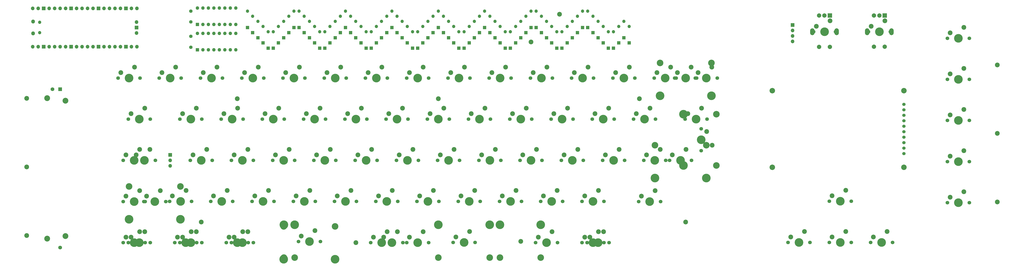
<source format=gbs>
G04 #@! TF.GenerationSoftware,KiCad,Pcbnew,8.0.3*
G04 #@! TF.CreationDate,2024-09-11T17:02:16-04:00*
G04 #@! TF.ProjectId,prototypeTOBETESTED,70726f74-6f74-4797-9065-544f42455445,rev?*
G04 #@! TF.SameCoordinates,Original*
G04 #@! TF.FileFunction,Soldermask,Bot*
G04 #@! TF.FilePolarity,Negative*
%FSLAX46Y46*%
G04 Gerber Fmt 4.6, Leading zero omitted, Abs format (unit mm)*
G04 Created by KiCad (PCBNEW 8.0.3) date 2024-09-11 17:02:16*
%MOMM*%
%LPD*%
G01*
G04 APERTURE LIST*
%ADD10R,1.500000X1.500000*%
%ADD11O,1.500000X1.500000*%
%ADD12C,1.700000*%
%ADD13C,4.000000*%
%ADD14C,2.200000*%
%ADD15C,3.050000*%
%ADD16O,1.800000X1.800000*%
%ADD17O,1.700000X1.700000*%
%ADD18R,1.700000X1.700000*%
%ADD19O,2.000000X3.200000*%
%ADD20R,2.000000X2.000000*%
%ADD21C,2.000000*%
%ADD22R,1.600000X1.600000*%
%ADD23O,1.600000X1.600000*%
%ADD24R,1.750000X1.750000*%
%ADD25C,1.750000*%
%ADD26C,2.700000*%
%ADD27C,1.600000*%
%ADD28C,2.540000*%
%ADD29C,1.524000*%
G04 APERTURE END LIST*
D10*
X302711300Y-127493300D03*
D11*
X302711300Y-119873300D03*
D12*
X288097800Y-217784200D03*
D13*
X293177800Y-217784200D03*
D12*
X298257800Y-217784200D03*
D14*
X295717800Y-212704200D03*
X289367800Y-215244200D03*
X128440300Y-150934200D03*
D15*
X324252800Y-134384200D03*
D13*
X324252800Y-149624200D03*
D12*
X331072800Y-141384200D03*
D13*
X336152800Y-141384200D03*
D12*
X341232800Y-141384200D03*
D15*
X348052800Y-134384200D03*
D13*
X348052800Y-149624200D03*
D14*
X338692800Y-136304200D03*
X332342800Y-138844200D03*
D12*
X140078200Y-160477200D03*
D13*
X145158200Y-160477200D03*
D12*
X150238200Y-160477200D03*
D14*
X147698200Y-155397200D03*
X141348200Y-157937200D03*
D16*
X33858400Y-120642600D03*
D11*
X36888400Y-120342600D03*
X36888400Y-115492600D03*
D16*
X33858400Y-115192600D03*
D17*
X33728400Y-126807600D03*
X36268400Y-126807600D03*
D18*
X38808400Y-126807600D03*
D17*
X41348400Y-126807600D03*
X43888400Y-126807600D03*
X46428400Y-126807600D03*
X48968400Y-126807600D03*
D18*
X51508400Y-126807600D03*
D17*
X54048400Y-126807600D03*
X56588400Y-126807600D03*
X59128400Y-126807600D03*
X61668400Y-126807600D03*
D18*
X64208400Y-126807600D03*
D17*
X66748400Y-126807600D03*
X69288400Y-126807600D03*
X71828400Y-126807600D03*
X74368400Y-126807600D03*
D18*
X76908400Y-126807600D03*
D17*
X79448400Y-126807600D03*
X81988400Y-126807600D03*
X81988400Y-109027600D03*
X79448400Y-109027600D03*
D18*
X76908400Y-109027600D03*
D17*
X74368400Y-109027600D03*
X71828400Y-109027600D03*
X69288400Y-109027600D03*
X66748400Y-109027600D03*
D18*
X64208400Y-109027600D03*
D17*
X61668400Y-109027600D03*
X59128400Y-109027600D03*
X56588400Y-109027600D03*
X54048400Y-109027600D03*
D18*
X51508400Y-109027600D03*
D17*
X48968400Y-109027600D03*
X46428400Y-109027600D03*
X43888400Y-109027600D03*
X41348400Y-109027600D03*
D18*
X38808400Y-109027600D03*
D17*
X36268400Y-109027600D03*
X33728400Y-109027600D03*
X81758400Y-120457600D03*
D18*
X81758400Y-117917600D03*
D17*
X81758400Y-115377600D03*
D10*
X173786300Y-122718300D03*
D11*
X173786300Y-115098300D03*
D12*
X178278200Y-160477200D03*
D13*
X183358200Y-160477200D03*
D12*
X188438200Y-160477200D03*
D14*
X185898200Y-155397200D03*
X179548200Y-157937200D03*
D10*
X145136300Y-127493300D03*
D11*
X145136300Y-119873300D03*
D10*
X259736300Y-122718300D03*
D11*
X259736300Y-115098300D03*
D12*
X125753200Y-179577200D03*
D13*
X130833200Y-179577200D03*
D12*
X135913200Y-179577200D03*
D14*
X133373200Y-174497200D03*
X127023200Y-177037200D03*
D12*
X235578200Y-160477200D03*
D13*
X240658200Y-160477200D03*
D12*
X245738200Y-160477200D03*
D14*
X243198200Y-155397200D03*
X236848200Y-157937200D03*
X30936760Y-182630000D03*
D12*
X92328200Y-141377200D03*
D13*
X97408200Y-141377200D03*
D12*
X102488200Y-141377200D03*
D14*
X99948200Y-136297200D03*
X93598200Y-138837200D03*
D12*
X77997800Y-160484200D03*
D13*
X83077800Y-160484200D03*
D12*
X88157800Y-160484200D03*
D14*
X85617800Y-155404200D03*
X79267800Y-157944200D03*
D10*
X135586300Y-120330800D03*
D11*
X135586300Y-112710800D03*
D10*
X231086300Y-127493300D03*
D11*
X231086300Y-119873300D03*
D10*
X214373800Y-125105800D03*
D11*
X214373800Y-117485800D03*
D12*
X249903200Y-198677200D03*
D13*
X254983200Y-198677200D03*
D12*
X260063200Y-198677200D03*
D14*
X257523200Y-193597200D03*
X251173200Y-196137200D03*
D18*
X385670400Y-116810000D03*
D17*
X385670400Y-119350000D03*
X385670400Y-121890000D03*
X385670400Y-124430000D03*
D12*
X383510400Y-217676800D03*
D13*
X388590400Y-217676800D03*
D12*
X393670400Y-217676800D03*
D14*
X391130400Y-212596800D03*
X384780400Y-215136800D03*
D12*
X288103200Y-198677200D03*
D13*
X293183200Y-198677200D03*
D12*
X298263200Y-198677200D03*
D14*
X295723200Y-193597200D03*
X289373200Y-196137200D03*
D10*
X183336300Y-122718300D03*
D11*
X183336300Y-115098300D03*
D12*
X290485300Y-217784200D03*
D13*
X295565300Y-217784200D03*
D12*
X300645300Y-217784200D03*
D14*
X298105300Y-212704200D03*
X291755300Y-215244200D03*
D12*
X311978200Y-160477200D03*
D13*
X317058200Y-160477200D03*
D12*
X322138200Y-160477200D03*
D14*
X319598200Y-155397200D03*
X313248200Y-157937200D03*
D10*
X180948800Y-120330800D03*
D11*
X180948800Y-112710800D03*
D10*
X271673800Y-122718300D03*
D11*
X271673800Y-115098300D03*
D12*
X123366550Y-217784200D03*
D13*
X128446550Y-217784200D03*
D12*
X133526550Y-217784200D03*
D14*
X130986550Y-212704200D03*
X124636550Y-215244200D03*
D12*
X264228200Y-141377200D03*
D13*
X269308200Y-141377200D03*
D12*
X274388200Y-141377200D03*
D14*
X271848200Y-136297200D03*
X265498200Y-138837200D03*
D10*
X295548800Y-122718300D03*
D11*
X295548800Y-115098300D03*
D10*
X250186300Y-125105800D03*
D11*
X250186300Y-117485800D03*
D12*
X75610300Y-179584200D03*
D13*
X80690300Y-179584200D03*
D12*
X85770300Y-179584200D03*
D14*
X83230300Y-174504200D03*
X76880300Y-177044200D03*
D12*
X135303200Y-198677200D03*
D13*
X140383200Y-198677200D03*
D12*
X145463200Y-198677200D03*
D14*
X142923200Y-193597200D03*
X136573200Y-196137200D03*
D10*
X266898800Y-117943300D03*
D11*
X266898800Y-110323300D03*
D12*
X402694200Y-217681800D03*
D13*
X407774200Y-217681800D03*
D12*
X412854200Y-217681800D03*
D14*
X410314200Y-212601800D03*
X403964200Y-215141800D03*
D12*
X130528200Y-141377200D03*
D13*
X135608200Y-141377200D03*
D12*
X140688200Y-141377200D03*
D14*
X138148200Y-136297200D03*
X131798200Y-138837200D03*
D12*
X457380400Y-180166800D03*
D13*
X462460400Y-180166800D03*
D12*
X467540400Y-180166800D03*
D14*
X465000400Y-175086800D03*
X458650400Y-177626800D03*
D12*
X144853200Y-179577200D03*
D13*
X149933200Y-179577200D03*
D12*
X155013200Y-179577200D03*
D14*
X152473200Y-174497200D03*
X146123200Y-177037200D03*
D12*
X283328200Y-141377200D03*
D13*
X288408200Y-141377200D03*
D12*
X293488200Y-141377200D03*
D14*
X290948200Y-136297200D03*
X284598200Y-138837200D03*
D10*
X276448800Y-127493300D03*
D11*
X276448800Y-119873300D03*
D12*
X120978200Y-160477200D03*
D13*
X126058200Y-160477200D03*
D12*
X131138200Y-160477200D03*
D14*
X128598200Y-155397200D03*
X122248200Y-157937200D03*
D13*
X335075300Y-158134200D03*
X335075300Y-181934200D03*
D12*
X343315300Y-164954200D03*
D13*
X343315300Y-170034200D03*
D12*
X343315300Y-175114200D03*
D15*
X350315300Y-158134200D03*
X350315300Y-181934200D03*
D14*
X348395300Y-172574200D03*
X345855300Y-166224200D03*
D12*
X77997800Y-217784200D03*
D13*
X83077800Y-217784200D03*
D12*
X88157800Y-217784200D03*
D14*
X85617800Y-212704200D03*
X79267800Y-215244200D03*
D10*
X245411300Y-120330800D03*
D11*
X245411300Y-112710800D03*
D14*
X480485000Y-135273750D03*
D10*
X171398800Y-125105800D03*
D11*
X171398800Y-117485800D03*
D12*
X187828200Y-141377200D03*
D13*
X192908200Y-141377200D03*
D12*
X197988200Y-141377200D03*
D14*
X195448200Y-136297200D03*
X189098200Y-138837200D03*
D12*
X75610300Y-198684200D03*
D13*
X80690300Y-198684200D03*
D12*
X85770300Y-198684200D03*
D14*
X83230300Y-193604200D03*
X76880300Y-196144200D03*
D10*
X264511300Y-117943300D03*
D11*
X264511300Y-110323300D03*
D10*
X154686300Y-117943300D03*
D11*
X154686300Y-110323300D03*
D10*
X300323800Y-127493300D03*
D11*
X300323800Y-119873300D03*
D10*
X147523800Y-125105800D03*
D11*
X147523800Y-117485800D03*
D12*
X230803200Y-198677200D03*
D13*
X235883200Y-198677200D03*
D12*
X240963200Y-198677200D03*
D14*
X238423200Y-193597200D03*
X232073200Y-196137200D03*
D10*
X192886300Y-125105800D03*
D11*
X192886300Y-117485800D03*
D10*
X197661300Y-120330800D03*
D11*
X197661300Y-112710800D03*
D12*
X159178200Y-160477200D03*
D13*
X164258200Y-160477200D03*
D12*
X169338200Y-160477200D03*
D14*
X166798200Y-155397200D03*
X160448200Y-157937200D03*
D10*
X257348800Y-125105800D03*
D11*
X257348800Y-117485800D03*
D12*
X457380400Y-161066800D03*
D13*
X462460400Y-161066800D03*
D12*
X467540400Y-161066800D03*
D14*
X465000400Y-155986800D03*
X458650400Y-158526800D03*
D15*
X78340300Y-191684200D03*
D13*
X78340300Y-206924200D03*
D12*
X85160300Y-198684200D03*
D13*
X90240300Y-198684200D03*
D12*
X95320300Y-198684200D03*
D15*
X102140300Y-191684200D03*
D13*
X102140300Y-206924200D03*
D14*
X92780300Y-193604200D03*
X86430300Y-196144200D03*
X259752800Y-217221200D03*
D12*
X254678200Y-160477200D03*
D13*
X259758200Y-160477200D03*
D12*
X264838200Y-160477200D03*
D14*
X262298200Y-155397200D03*
X255948200Y-157937200D03*
D10*
X283611300Y-122718300D03*
D11*
X283611300Y-115098300D03*
D10*
X188111300Y-127493300D03*
D11*
X188111300Y-119873300D03*
D10*
X185723800Y-125105800D03*
D11*
X185723800Y-117485800D03*
D10*
X297936300Y-125105800D03*
D11*
X297936300Y-117485800D03*
D12*
X457380400Y-141966800D03*
D13*
X462460400Y-141966800D03*
D12*
X467540400Y-141966800D03*
D14*
X465000400Y-136886800D03*
X458650400Y-139426800D03*
D19*
X431439000Y-119883800D03*
X420239000Y-119883800D03*
D20*
X428339000Y-112383800D03*
D21*
X423339000Y-112383800D03*
X425839000Y-112383800D03*
X423339000Y-126883800D03*
X428339000Y-126883800D03*
D10*
X169011300Y-127493300D03*
D11*
X169011300Y-119873300D03*
D10*
X290773800Y-117943300D03*
D11*
X290773800Y-110323300D03*
D12*
X99485300Y-217784200D03*
D13*
X104565300Y-217784200D03*
D12*
X109645300Y-217784200D03*
D14*
X107105300Y-212704200D03*
X100755300Y-215244200D03*
D19*
X406029000Y-119896700D03*
X394829000Y-119896700D03*
D20*
X402929000Y-112396700D03*
D21*
X397929000Y-112396700D03*
X400429000Y-112396700D03*
X397929000Y-126896700D03*
X402929000Y-126896700D03*
D14*
X264527800Y-124671700D03*
D10*
X200048800Y-117943300D03*
D11*
X200048800Y-110323300D03*
D10*
X281223800Y-125105800D03*
D11*
X281223800Y-117485800D03*
D10*
X226311300Y-122718300D03*
D11*
X226311300Y-115098300D03*
D12*
X192603200Y-198677200D03*
D13*
X197683200Y-198677200D03*
D12*
X202763200Y-198677200D03*
D14*
X200223200Y-193597200D03*
X193873200Y-196137200D03*
X30936760Y-150806250D03*
D10*
X207211300Y-125105800D03*
D11*
X207211300Y-117485800D03*
D10*
X278836300Y-127493300D03*
D11*
X278836300Y-119873300D03*
D10*
X209598800Y-127493300D03*
D11*
X209598800Y-119873300D03*
D10*
X254961300Y-127493300D03*
D11*
X254961300Y-119873300D03*
D12*
X457380400Y-199266800D03*
D13*
X462460400Y-199266800D03*
D12*
X467540400Y-199266800D03*
D14*
X465000400Y-194186800D03*
X458650400Y-196726800D03*
D22*
X109990300Y-116534200D03*
D23*
X112530300Y-116534200D03*
X115070300Y-116534200D03*
X117610300Y-116534200D03*
X120150300Y-116534200D03*
X122690300Y-116534200D03*
X125230300Y-116534200D03*
X127770300Y-116534200D03*
X127770300Y-108914200D03*
X125230300Y-108914200D03*
X122690300Y-108914200D03*
X120150300Y-108914200D03*
X117610300Y-108914200D03*
X115070300Y-108914200D03*
X112530300Y-108914200D03*
X109990300Y-108914200D03*
D10*
X164236300Y-125105800D03*
D11*
X164236300Y-117485800D03*
D10*
X269286300Y-120330800D03*
D11*
X269286300Y-112710800D03*
D10*
X262123800Y-120330800D03*
D11*
X262123800Y-112710800D03*
D10*
X240636300Y-120330800D03*
D11*
X240636300Y-112710800D03*
D10*
X293161300Y-120330800D03*
D11*
X293161300Y-112710800D03*
D12*
X168728200Y-141377200D03*
D13*
X173808200Y-141377200D03*
D12*
X178888200Y-141377200D03*
D14*
X176348200Y-136297200D03*
X169998200Y-138837200D03*
D12*
X97103200Y-198677200D03*
D13*
X102183200Y-198677200D03*
D12*
X107263200Y-198677200D03*
D14*
X104723200Y-193597200D03*
X98373200Y-196137200D03*
D12*
X335847800Y-160484200D03*
D13*
X340927800Y-160484200D03*
D12*
X346007800Y-160484200D03*
D14*
X343467800Y-155404200D03*
X337117800Y-157944200D03*
D10*
X204823800Y-122718300D03*
D11*
X204823800Y-115098300D03*
D10*
X285998800Y-120330800D03*
D11*
X285998800Y-112710800D03*
D14*
X30936760Y-214453750D03*
D12*
X173503200Y-198677200D03*
D13*
X178583200Y-198677200D03*
D12*
X183663200Y-198677200D03*
D14*
X181123200Y-193597200D03*
X174773200Y-196137200D03*
X277687800Y-111779200D03*
D10*
X307486300Y-122718300D03*
D11*
X307486300Y-115098300D03*
D10*
X223923800Y-120330800D03*
D11*
X223923800Y-112710800D03*
D12*
X211703200Y-198677200D03*
D13*
X216783200Y-198677200D03*
D12*
X221863200Y-198677200D03*
D14*
X219323200Y-193597200D03*
X212973200Y-196137200D03*
D12*
X278553200Y-179577200D03*
D13*
X283633200Y-179577200D03*
D12*
X288713200Y-179577200D03*
D14*
X286173200Y-174497200D03*
X279823200Y-177037200D03*
D12*
X154403200Y-198677200D03*
D13*
X159483200Y-198677200D03*
D12*
X164563200Y-198677200D03*
D14*
X162023200Y-193597200D03*
X155673200Y-196137200D03*
D12*
X183053200Y-179577200D03*
D13*
X188133200Y-179577200D03*
D12*
X193213200Y-179577200D03*
D14*
X190673200Y-174497200D03*
X184323200Y-177037200D03*
X111727800Y-208239200D03*
D12*
X292878200Y-160477200D03*
D13*
X297958200Y-160477200D03*
D12*
X303038200Y-160477200D03*
D14*
X300498200Y-155397200D03*
X294148200Y-157937200D03*
D10*
X219148800Y-120330800D03*
D11*
X219148800Y-112710800D03*
D12*
X420764400Y-119876800D03*
D13*
X425844400Y-119876800D03*
D12*
X430924400Y-119876800D03*
D14*
X428384400Y-114796800D03*
X422034400Y-117336800D03*
D10*
X178561300Y-117943300D03*
D11*
X178561300Y-110323300D03*
D12*
X163953200Y-179577200D03*
D13*
X169033200Y-179577200D03*
D12*
X174113200Y-179577200D03*
D14*
X171573200Y-174497200D03*
X165223200Y-177037200D03*
D12*
X216478200Y-160477200D03*
D13*
X221558200Y-160477200D03*
D12*
X226638200Y-160477200D03*
D14*
X224098200Y-155397200D03*
X217748200Y-157937200D03*
D12*
X111428200Y-141377200D03*
D13*
X116508200Y-141377200D03*
D12*
X121588200Y-141377200D03*
D14*
X119048200Y-136297200D03*
X112698200Y-138837200D03*
D12*
X297653200Y-179577200D03*
D13*
X302733200Y-179577200D03*
D12*
X307813200Y-179577200D03*
D14*
X305273200Y-174497200D03*
X298923200Y-177037200D03*
D10*
X243023800Y-117943300D03*
D11*
X243023800Y-110323300D03*
D14*
X480485000Y-198921250D03*
D10*
X211986300Y-127493300D03*
D11*
X211986300Y-119873300D03*
D10*
X176173800Y-120330800D03*
D11*
X176173800Y-112710800D03*
D10*
X305098800Y-125105800D03*
D11*
X305098800Y-117485800D03*
D10*
X142748800Y-127493300D03*
D11*
X142748800Y-119873300D03*
D13*
X150065300Y-209519200D03*
D15*
X150065300Y-224759200D03*
D12*
X194985300Y-217759200D03*
D13*
X200065300Y-217759200D03*
D12*
X205145300Y-217759200D03*
D13*
X250065300Y-209519200D03*
D15*
X250065300Y-224759200D03*
D14*
X202605300Y-212679200D03*
X196255300Y-215219200D03*
D13*
X155002800Y-209519200D03*
D15*
X155002800Y-224759200D03*
D12*
X206922800Y-217759200D03*
D13*
X212002800Y-217759200D03*
D12*
X217082800Y-217759200D03*
D13*
X269002800Y-209519200D03*
D15*
X269002800Y-224759200D03*
D14*
X214542800Y-212679200D03*
X208192800Y-215219200D03*
D12*
X314360300Y-198684200D03*
D13*
X319440300Y-198684200D03*
D12*
X324520300Y-198684200D03*
D14*
X321980300Y-193604200D03*
X315630300Y-196144200D03*
X480485000Y-167097500D03*
D13*
X221590300Y-209489200D03*
D15*
X221590300Y-224729200D03*
D12*
X228410300Y-217729200D03*
D13*
X233490300Y-217729200D03*
D12*
X238570300Y-217729200D03*
D13*
X245390300Y-209489200D03*
D15*
X245390300Y-224729200D03*
D14*
X236030300Y-212649200D03*
X229680300Y-215189200D03*
D10*
X247798800Y-122718300D03*
D11*
X247798800Y-115098300D03*
D12*
X73228200Y-141377200D03*
D13*
X78308200Y-141377200D03*
D12*
X83388200Y-141377200D03*
D14*
X80848200Y-136297200D03*
X74498200Y-138837200D03*
D10*
X233473800Y-127493300D03*
D11*
X233473800Y-119873300D03*
D12*
X259453200Y-179577200D03*
D13*
X264533200Y-179577200D03*
D12*
X269613200Y-179577200D03*
D14*
X267073200Y-174497200D03*
X260723200Y-177037200D03*
D12*
X266610300Y-217784200D03*
D13*
X271690300Y-217784200D03*
D12*
X276770300Y-217784200D03*
D14*
X274230300Y-212704200D03*
X267880300Y-215244200D03*
D24*
X46370400Y-146576800D03*
D25*
X42870400Y-146576800D03*
X46370400Y-220076800D03*
D26*
X40420400Y-150726800D03*
X48820400Y-151926800D03*
X48820400Y-214726800D03*
X40420400Y-215926800D03*
D12*
X402694200Y-198581800D03*
D13*
X407774200Y-198581800D03*
D12*
X412854200Y-198581800D03*
D14*
X410314200Y-193501800D03*
X403964200Y-196041800D03*
D15*
X321865300Y-172584200D03*
D13*
X321865300Y-187824200D03*
D12*
X328685300Y-179584200D03*
D13*
X333765300Y-179584200D03*
D12*
X338845300Y-179584200D03*
D15*
X345665300Y-172584200D03*
D13*
X345665300Y-187824200D03*
D14*
X336305300Y-174504200D03*
X329955300Y-177044200D03*
D10*
X137973800Y-122718300D03*
D11*
X137973800Y-115098300D03*
D14*
X314665300Y-150934200D03*
D15*
X149965300Y-210251200D03*
D13*
X149965300Y-225491200D03*
D12*
X156785300Y-217251200D03*
D13*
X161865300Y-217251200D03*
D12*
X166945300Y-217251200D03*
D15*
X173765300Y-210251200D03*
D13*
X173765300Y-225491200D03*
D14*
X164405300Y-212171200D03*
X158055300Y-214711200D03*
D10*
X133198800Y-117943300D03*
D11*
X133198800Y-110323300D03*
D10*
X161848800Y-122718300D03*
D11*
X161848800Y-115098300D03*
D10*
X140361300Y-125105800D03*
D11*
X140361300Y-117485800D03*
D14*
X221552800Y-150934200D03*
D22*
X109990300Y-128246700D03*
D23*
X112530300Y-128246700D03*
X115070300Y-128246700D03*
X117610300Y-128246700D03*
X120150300Y-128246700D03*
X122690300Y-128246700D03*
X125230300Y-128246700D03*
X127770300Y-128246700D03*
X127770300Y-120626700D03*
X125230300Y-120626700D03*
X122690300Y-120626700D03*
X120150300Y-120626700D03*
X117610300Y-120626700D03*
X115070300Y-120626700D03*
X112530300Y-120626700D03*
X109990300Y-120626700D03*
D12*
X80385300Y-179584200D03*
D13*
X85465300Y-179584200D03*
D12*
X90545300Y-179584200D03*
D14*
X88005300Y-174504200D03*
X81655300Y-177044200D03*
D10*
X228698800Y-125105800D03*
D11*
X228698800Y-117485800D03*
D10*
X149911300Y-122718300D03*
D11*
X149911300Y-115098300D03*
D10*
X166623800Y-127493300D03*
D11*
X166623800Y-119873300D03*
D12*
X221253200Y-179577200D03*
D13*
X226333200Y-179577200D03*
D12*
X231413200Y-179577200D03*
D14*
X228873200Y-174497200D03*
X222523200Y-177037200D03*
D10*
X216761300Y-122718300D03*
D11*
X216761300Y-115098300D03*
D12*
X302428200Y-141377200D03*
D13*
X307508200Y-141377200D03*
D12*
X312588200Y-141377200D03*
D14*
X310048200Y-136297200D03*
X303698200Y-138837200D03*
D12*
X202153200Y-179577200D03*
D13*
X207233200Y-179577200D03*
D12*
X212313200Y-179577200D03*
D14*
X209773200Y-174497200D03*
X203423200Y-177037200D03*
D12*
X149628200Y-141377200D03*
D13*
X154708200Y-141377200D03*
D12*
X159788200Y-141377200D03*
D14*
X157248200Y-136297200D03*
X150898200Y-138837200D03*
D10*
X190498800Y-127493300D03*
D11*
X190498800Y-119873300D03*
D10*
X195273800Y-122718300D03*
D11*
X195273800Y-115098300D03*
D12*
X457380400Y-122914400D03*
D13*
X462460400Y-122914400D03*
D12*
X467540400Y-122914400D03*
D14*
X465000400Y-117834400D03*
X458650400Y-120374400D03*
D12*
X125747800Y-217784200D03*
D13*
X130827800Y-217784200D03*
D12*
X135907800Y-217784200D03*
D14*
X133367800Y-212704200D03*
X127017800Y-215244200D03*
D12*
X101878200Y-160477200D03*
D13*
X106958200Y-160477200D03*
D12*
X112038200Y-160477200D03*
D14*
X109498200Y-155397200D03*
X103148200Y-157937200D03*
D10*
X252573800Y-127493300D03*
D11*
X252573800Y-119873300D03*
D12*
X245128200Y-141377200D03*
D13*
X250208200Y-141377200D03*
D12*
X255288200Y-141377200D03*
D14*
X252748200Y-136297200D03*
X246398200Y-138837200D03*
D10*
X238248800Y-122718300D03*
D11*
X238248800Y-115098300D03*
D12*
X116203200Y-198677200D03*
D13*
X121283200Y-198677200D03*
D12*
X126363200Y-198677200D03*
D14*
X123823200Y-193597200D03*
X117473200Y-196137200D03*
D12*
X106653200Y-179577200D03*
D13*
X111733200Y-179577200D03*
D12*
X116813200Y-179577200D03*
D14*
X114273200Y-174497200D03*
X107923200Y-177037200D03*
D10*
X202436300Y-120330800D03*
D11*
X202436300Y-112710800D03*
D12*
X75610300Y-217784200D03*
D13*
X80690300Y-217784200D03*
D12*
X85770300Y-217784200D03*
D14*
X83230300Y-212704200D03*
X76880300Y-215244200D03*
D10*
X152298800Y-120330800D03*
D11*
X152298800Y-112710800D03*
D12*
X316753200Y-179577200D03*
D13*
X321833200Y-179577200D03*
D12*
X326913200Y-179577200D03*
D14*
X324373200Y-174497200D03*
X318023200Y-177037200D03*
D27*
X106952800Y-110346700D03*
X106952800Y-115346700D03*
D12*
X421794200Y-217681800D03*
D13*
X426874200Y-217681800D03*
D12*
X431954200Y-217681800D03*
D14*
X429414200Y-212601800D03*
X423064200Y-215141800D03*
D12*
X395354400Y-119889700D03*
D13*
X400434400Y-119889700D03*
D12*
X405514400Y-119889700D03*
D14*
X402974400Y-114809700D03*
X396624400Y-117349700D03*
D12*
X101870400Y-217796800D03*
D13*
X106950400Y-217796800D03*
D12*
X112030400Y-217796800D03*
D14*
X109490400Y-212716800D03*
X103140400Y-215256800D03*
D12*
X240353200Y-179577200D03*
D13*
X245433200Y-179577200D03*
D12*
X250513200Y-179577200D03*
D14*
X247973200Y-174497200D03*
X241623200Y-177037200D03*
D12*
X206928200Y-141377200D03*
D13*
X212008200Y-141377200D03*
D12*
X217088200Y-141377200D03*
D14*
X214548200Y-136297200D03*
X208198200Y-138837200D03*
X183352800Y-217784200D03*
D12*
X273778200Y-160477200D03*
D13*
X278858200Y-160477200D03*
D12*
X283938200Y-160477200D03*
D14*
X281398200Y-155397200D03*
X275048200Y-157937200D03*
D12*
X226028200Y-141377200D03*
D13*
X231108200Y-141377200D03*
D12*
X236188200Y-141377200D03*
D14*
X233648200Y-136297200D03*
X227298200Y-138837200D03*
D12*
X197378200Y-160477200D03*
D13*
X202458200Y-160477200D03*
D12*
X207538200Y-160477200D03*
D14*
X204998200Y-155397200D03*
X198648200Y-157937200D03*
D10*
X159461300Y-120330800D03*
D11*
X159461300Y-112710800D03*
D12*
X269003200Y-198677200D03*
D13*
X274083200Y-198677200D03*
D12*
X279163200Y-198677200D03*
D14*
X276623200Y-193597200D03*
X270273200Y-196137200D03*
D10*
X235861300Y-125105800D03*
D11*
X235861300Y-117485800D03*
D14*
X336152800Y-208234200D03*
D12*
X190210300Y-217784200D03*
D13*
X195290300Y-217784200D03*
D12*
X200370300Y-217784200D03*
D14*
X197830300Y-212704200D03*
X191480300Y-215244200D03*
D10*
X309928000Y-125055000D03*
D11*
X309928000Y-117435000D03*
D10*
X274061300Y-125105800D03*
D11*
X274061300Y-117485800D03*
D10*
X288386300Y-117943300D03*
D11*
X288386300Y-110323300D03*
D28*
X376272800Y-182789200D03*
X437232800Y-182789200D03*
X376272800Y-147229200D03*
X437232800Y-147229200D03*
D29*
X437232800Y-153579200D03*
X437232800Y-156119200D03*
X437232800Y-158659200D03*
X437232800Y-161199200D03*
X437232800Y-163739200D03*
X437232800Y-166279200D03*
X437232800Y-168819200D03*
X437232800Y-171359200D03*
X437232800Y-173899200D03*
X437232800Y-176439200D03*
D12*
X340628200Y-141377200D03*
D13*
X345708200Y-141377200D03*
D12*
X350788200Y-141377200D03*
D14*
X348248200Y-136297200D03*
X341898200Y-138837200D03*
D27*
X106952800Y-122059200D03*
X106952800Y-127059200D03*
D12*
X321528200Y-141377200D03*
D13*
X326608200Y-141377200D03*
D12*
X331688200Y-141377200D03*
D14*
X329148200Y-136297200D03*
X322798200Y-138837200D03*
D10*
X157073800Y-117943300D03*
D11*
X157073800Y-110323300D03*
D10*
X221536300Y-117943300D03*
D11*
X221536300Y-110323300D03*
D18*
X97402800Y-177044200D03*
D17*
X97402800Y-179584200D03*
X97402800Y-182124200D03*
M02*

</source>
